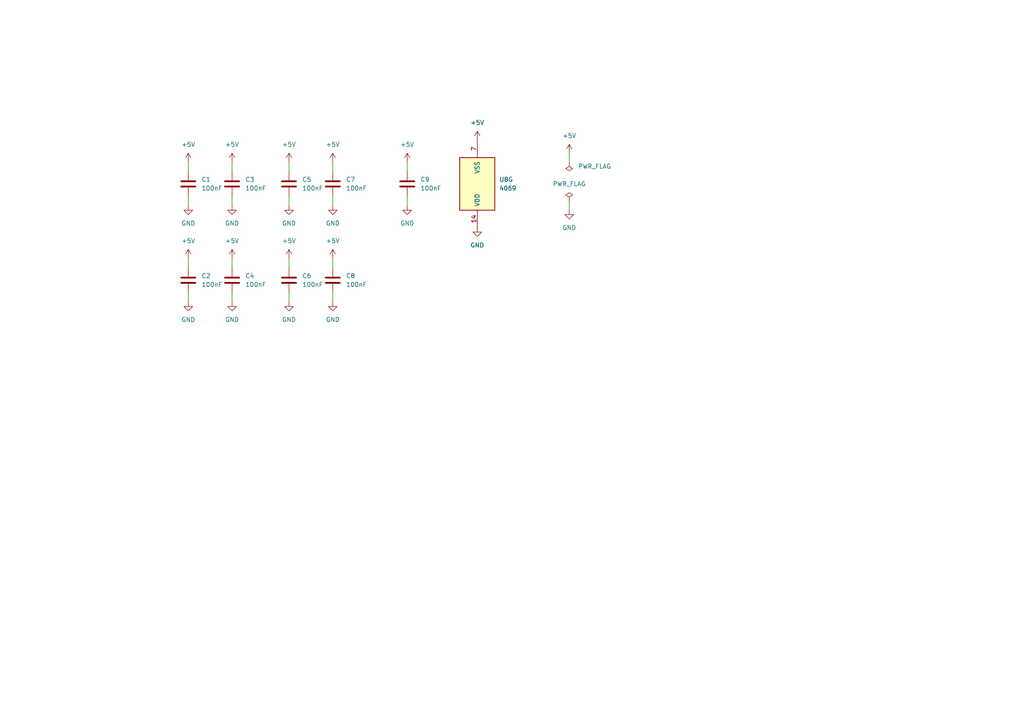
<source format=kicad_sch>
(kicad_sch (version 20211123) (generator eeschema)

  (uuid 8d8efeba-adf9-4e6c-87e9-676d6a66c931)

  (paper "A4")

  (lib_symbols
    (symbol "4xxx:4069" (pin_names (offset 1.016)) (in_bom yes) (on_board yes)
      (property "Reference" "U" (id 0) (at 0 1.27 0)
        (effects (font (size 1.27 1.27)))
      )
      (property "Value" "4069" (id 1) (at 0 -1.27 0)
        (effects (font (size 1.27 1.27)))
      )
      (property "Footprint" "" (id 2) (at 0 0 0)
        (effects (font (size 1.27 1.27)) hide)
      )
      (property "Datasheet" "http://www.intersil.com/content/dam/Intersil/documents/cd40/cd4069ubms.pdf" (id 3) (at 0 0 0)
        (effects (font (size 1.27 1.27)) hide)
      )
      (property "ki_locked" "" (id 4) (at 0 0 0)
        (effects (font (size 1.27 1.27)))
      )
      (property "ki_keywords" "CMOS NOT" (id 5) (at 0 0 0)
        (effects (font (size 1.27 1.27)) hide)
      )
      (property "ki_description" "Hex inverter" (id 6) (at 0 0 0)
        (effects (font (size 1.27 1.27)) hide)
      )
      (property "ki_fp_filters" "DIP?14*" (id 7) (at 0 0 0)
        (effects (font (size 1.27 1.27)) hide)
      )
      (symbol "4069_1_0"
        (polyline
          (pts
            (xy -3.81 3.81)
            (xy -3.81 -3.81)
            (xy 3.81 0)
            (xy -3.81 3.81)
          )
          (stroke (width 0.254) (type default) (color 0 0 0 0))
          (fill (type background))
        )
        (pin input line (at -7.62 0 0) (length 3.81)
          (name "~" (effects (font (size 1.27 1.27))))
          (number "1" (effects (font (size 1.27 1.27))))
        )
        (pin output inverted (at 7.62 0 180) (length 3.81)
          (name "~" (effects (font (size 1.27 1.27))))
          (number "2" (effects (font (size 1.27 1.27))))
        )
      )
      (symbol "4069_2_0"
        (polyline
          (pts
            (xy -3.81 3.81)
            (xy -3.81 -3.81)
            (xy 3.81 0)
            (xy -3.81 3.81)
          )
          (stroke (width 0.254) (type default) (color 0 0 0 0))
          (fill (type background))
        )
        (pin input line (at -7.62 0 0) (length 3.81)
          (name "~" (effects (font (size 1.27 1.27))))
          (number "3" (effects (font (size 1.27 1.27))))
        )
        (pin output inverted (at 7.62 0 180) (length 3.81)
          (name "~" (effects (font (size 1.27 1.27))))
          (number "4" (effects (font (size 1.27 1.27))))
        )
      )
      (symbol "4069_3_0"
        (polyline
          (pts
            (xy -3.81 3.81)
            (xy -3.81 -3.81)
            (xy 3.81 0)
            (xy -3.81 3.81)
          )
          (stroke (width 0.254) (type default) (color 0 0 0 0))
          (fill (type background))
        )
        (pin input line (at -7.62 0 0) (length 3.81)
          (name "~" (effects (font (size 1.27 1.27))))
          (number "5" (effects (font (size 1.27 1.27))))
        )
        (pin output inverted (at 7.62 0 180) (length 3.81)
          (name "~" (effects (font (size 1.27 1.27))))
          (number "6" (effects (font (size 1.27 1.27))))
        )
      )
      (symbol "4069_4_0"
        (polyline
          (pts
            (xy -3.81 3.81)
            (xy -3.81 -3.81)
            (xy 3.81 0)
            (xy -3.81 3.81)
          )
          (stroke (width 0.254) (type default) (color 0 0 0 0))
          (fill (type background))
        )
        (pin output inverted (at 7.62 0 180) (length 3.81)
          (name "~" (effects (font (size 1.27 1.27))))
          (number "8" (effects (font (size 1.27 1.27))))
        )
        (pin input line (at -7.62 0 0) (length 3.81)
          (name "~" (effects (font (size 1.27 1.27))))
          (number "9" (effects (font (size 1.27 1.27))))
        )
      )
      (symbol "4069_5_0"
        (polyline
          (pts
            (xy -3.81 3.81)
            (xy -3.81 -3.81)
            (xy 3.81 0)
            (xy -3.81 3.81)
          )
          (stroke (width 0.254) (type default) (color 0 0 0 0))
          (fill (type background))
        )
        (pin output inverted (at 7.62 0 180) (length 3.81)
          (name "~" (effects (font (size 1.27 1.27))))
          (number "10" (effects (font (size 1.27 1.27))))
        )
        (pin input line (at -7.62 0 0) (length 3.81)
          (name "~" (effects (font (size 1.27 1.27))))
          (number "11" (effects (font (size 1.27 1.27))))
        )
      )
      (symbol "4069_6_0"
        (polyline
          (pts
            (xy -3.81 3.81)
            (xy -3.81 -3.81)
            (xy 3.81 0)
            (xy -3.81 3.81)
          )
          (stroke (width 0.254) (type default) (color 0 0 0 0))
          (fill (type background))
        )
        (pin output inverted (at 7.62 0 180) (length 3.81)
          (name "~" (effects (font (size 1.27 1.27))))
          (number "12" (effects (font (size 1.27 1.27))))
        )
        (pin input line (at -7.62 0 0) (length 3.81)
          (name "~" (effects (font (size 1.27 1.27))))
          (number "13" (effects (font (size 1.27 1.27))))
        )
      )
      (symbol "4069_7_0"
        (pin power_in line (at 0 12.7 270) (length 5.08)
          (name "VDD" (effects (font (size 1.27 1.27))))
          (number "14" (effects (font (size 1.27 1.27))))
        )
        (pin power_in line (at 0 -12.7 90) (length 5.08)
          (name "VSS" (effects (font (size 1.27 1.27))))
          (number "7" (effects (font (size 1.27 1.27))))
        )
      )
      (symbol "4069_7_1"
        (rectangle (start -5.08 7.62) (end 5.08 -7.62)
          (stroke (width 0.254) (type default) (color 0 0 0 0))
          (fill (type background))
        )
      )
    )
    (symbol "Device:C" (pin_numbers hide) (pin_names (offset 0.254)) (in_bom yes) (on_board yes)
      (property "Reference" "C" (id 0) (at 0.635 2.54 0)
        (effects (font (size 1.27 1.27)) (justify left))
      )
      (property "Value" "C" (id 1) (at 0.635 -2.54 0)
        (effects (font (size 1.27 1.27)) (justify left))
      )
      (property "Footprint" "" (id 2) (at 0.9652 -3.81 0)
        (effects (font (size 1.27 1.27)) hide)
      )
      (property "Datasheet" "~" (id 3) (at 0 0 0)
        (effects (font (size 1.27 1.27)) hide)
      )
      (property "ki_keywords" "cap capacitor" (id 4) (at 0 0 0)
        (effects (font (size 1.27 1.27)) hide)
      )
      (property "ki_description" "Unpolarized capacitor" (id 5) (at 0 0 0)
        (effects (font (size 1.27 1.27)) hide)
      )
      (property "ki_fp_filters" "C_*" (id 6) (at 0 0 0)
        (effects (font (size 1.27 1.27)) hide)
      )
      (symbol "C_0_1"
        (polyline
          (pts
            (xy -2.032 -0.762)
            (xy 2.032 -0.762)
          )
          (stroke (width 0.508) (type default) (color 0 0 0 0))
          (fill (type none))
        )
        (polyline
          (pts
            (xy -2.032 0.762)
            (xy 2.032 0.762)
          )
          (stroke (width 0.508) (type default) (color 0 0 0 0))
          (fill (type none))
        )
      )
      (symbol "C_1_1"
        (pin passive line (at 0 3.81 270) (length 2.794)
          (name "~" (effects (font (size 1.27 1.27))))
          (number "1" (effects (font (size 1.27 1.27))))
        )
        (pin passive line (at 0 -3.81 90) (length 2.794)
          (name "~" (effects (font (size 1.27 1.27))))
          (number "2" (effects (font (size 1.27 1.27))))
        )
      )
    )
    (symbol "power:+5V" (power) (pin_names (offset 0)) (in_bom yes) (on_board yes)
      (property "Reference" "#PWR" (id 0) (at 0 -3.81 0)
        (effects (font (size 1.27 1.27)) hide)
      )
      (property "Value" "+5V" (id 1) (at 0 3.556 0)
        (effects (font (size 1.27 1.27)))
      )
      (property "Footprint" "" (id 2) (at 0 0 0)
        (effects (font (size 1.27 1.27)) hide)
      )
      (property "Datasheet" "" (id 3) (at 0 0 0)
        (effects (font (size 1.27 1.27)) hide)
      )
      (property "ki_keywords" "power-flag" (id 4) (at 0 0 0)
        (effects (font (size 1.27 1.27)) hide)
      )
      (property "ki_description" "Power symbol creates a global label with name \"+5V\"" (id 5) (at 0 0 0)
        (effects (font (size 1.27 1.27)) hide)
      )
      (symbol "+5V_0_1"
        (polyline
          (pts
            (xy -0.762 1.27)
            (xy 0 2.54)
          )
          (stroke (width 0) (type default) (color 0 0 0 0))
          (fill (type none))
        )
        (polyline
          (pts
            (xy 0 0)
            (xy 0 2.54)
          )
          (stroke (width 0) (type default) (color 0 0 0 0))
          (fill (type none))
        )
        (polyline
          (pts
            (xy 0 2.54)
            (xy 0.762 1.27)
          )
          (stroke (width 0) (type default) (color 0 0 0 0))
          (fill (type none))
        )
      )
      (symbol "+5V_1_1"
        (pin power_in line (at 0 0 90) (length 0) hide
          (name "+5V" (effects (font (size 1.27 1.27))))
          (number "1" (effects (font (size 1.27 1.27))))
        )
      )
    )
    (symbol "power:GND" (power) (pin_names (offset 0)) (in_bom yes) (on_board yes)
      (property "Reference" "#PWR" (id 0) (at 0 -6.35 0)
        (effects (font (size 1.27 1.27)) hide)
      )
      (property "Value" "GND" (id 1) (at 0 -3.81 0)
        (effects (font (size 1.27 1.27)))
      )
      (property "Footprint" "" (id 2) (at 0 0 0)
        (effects (font (size 1.27 1.27)) hide)
      )
      (property "Datasheet" "" (id 3) (at 0 0 0)
        (effects (font (size 1.27 1.27)) hide)
      )
      (property "ki_keywords" "power-flag" (id 4) (at 0 0 0)
        (effects (font (size 1.27 1.27)) hide)
      )
      (property "ki_description" "Power symbol creates a global label with name \"GND\" , ground" (id 5) (at 0 0 0)
        (effects (font (size 1.27 1.27)) hide)
      )
      (symbol "GND_0_1"
        (polyline
          (pts
            (xy 0 0)
            (xy 0 -1.27)
            (xy 1.27 -1.27)
            (xy 0 -2.54)
            (xy -1.27 -1.27)
            (xy 0 -1.27)
          )
          (stroke (width 0) (type default) (color 0 0 0 0))
          (fill (type none))
        )
      )
      (symbol "GND_1_1"
        (pin power_in line (at 0 0 270) (length 0) hide
          (name "GND" (effects (font (size 1.27 1.27))))
          (number "1" (effects (font (size 1.27 1.27))))
        )
      )
    )
    (symbol "power:PWR_FLAG" (power) (pin_numbers hide) (pin_names (offset 0) hide) (in_bom yes) (on_board yes)
      (property "Reference" "#FLG" (id 0) (at 0 1.905 0)
        (effects (font (size 1.27 1.27)) hide)
      )
      (property "Value" "PWR_FLAG" (id 1) (at 0 3.81 0)
        (effects (font (size 1.27 1.27)))
      )
      (property "Footprint" "" (id 2) (at 0 0 0)
        (effects (font (size 1.27 1.27)) hide)
      )
      (property "Datasheet" "~" (id 3) (at 0 0 0)
        (effects (font (size 1.27 1.27)) hide)
      )
      (property "ki_keywords" "power-flag" (id 4) (at 0 0 0)
        (effects (font (size 1.27 1.27)) hide)
      )
      (property "ki_description" "Special symbol for telling ERC where power comes from" (id 5) (at 0 0 0)
        (effects (font (size 1.27 1.27)) hide)
      )
      (symbol "PWR_FLAG_0_0"
        (pin power_out line (at 0 0 90) (length 0)
          (name "pwr" (effects (font (size 1.27 1.27))))
          (number "1" (effects (font (size 1.27 1.27))))
        )
      )
      (symbol "PWR_FLAG_0_1"
        (polyline
          (pts
            (xy 0 0)
            (xy 0 1.27)
            (xy -1.016 1.905)
            (xy 0 2.54)
            (xy 1.016 1.905)
            (xy 0 1.27)
          )
          (stroke (width 0) (type default) (color 0 0 0 0))
          (fill (type none))
        )
      )
    )
  )


  (wire (pts (xy 165.1 58.42) (xy 165.1 60.96))
    (stroke (width 0) (type default) (color 0 0 0 0))
    (uuid 077ace4e-cf2c-4495-9b66-f084fad22662)
  )
  (wire (pts (xy 54.61 85.09) (xy 54.61 87.63))
    (stroke (width 0) (type default) (color 0 0 0 0))
    (uuid 1279ba68-70a3-4aae-9c0a-5edd78e6822f)
  )
  (wire (pts (xy 96.52 57.15) (xy 96.52 59.69))
    (stroke (width 0) (type default) (color 0 0 0 0))
    (uuid 3203bc49-db65-426e-a770-8e79afa86409)
  )
  (wire (pts (xy 67.31 85.09) (xy 67.31 87.63))
    (stroke (width 0) (type default) (color 0 0 0 0))
    (uuid 3e88d85d-84c4-465f-93b9-426e6fce7355)
  )
  (wire (pts (xy 83.82 74.93) (xy 83.82 77.47))
    (stroke (width 0) (type default) (color 0 0 0 0))
    (uuid 6d6a8f52-9ede-4349-ba18-62e623e94e39)
  )
  (wire (pts (xy 118.11 46.99) (xy 118.11 49.53))
    (stroke (width 0) (type default) (color 0 0 0 0))
    (uuid 80e18a9a-a264-4cd2-87e1-94f3b55c9914)
  )
  (wire (pts (xy 83.82 46.99) (xy 83.82 49.53))
    (stroke (width 0) (type default) (color 0 0 0 0))
    (uuid 86dbde2a-4bc8-483f-8176-70977608a27d)
  )
  (wire (pts (xy 67.31 46.99) (xy 67.31 49.53))
    (stroke (width 0) (type default) (color 0 0 0 0))
    (uuid 93e7d2eb-3d77-4927-bbae-8f0dfcb90c86)
  )
  (wire (pts (xy 67.31 57.15) (xy 67.31 59.69))
    (stroke (width 0) (type default) (color 0 0 0 0))
    (uuid 9a0c5f33-7873-4129-9956-1c1b91af9e59)
  )
  (wire (pts (xy 118.11 57.15) (xy 118.11 59.69))
    (stroke (width 0) (type default) (color 0 0 0 0))
    (uuid 9ac9d86f-c6fd-453c-a9e1-ef0c38f54b34)
  )
  (wire (pts (xy 96.52 46.99) (xy 96.52 49.53))
    (stroke (width 0) (type default) (color 0 0 0 0))
    (uuid a4a35b74-18ec-440f-9f72-51efd71ba265)
  )
  (wire (pts (xy 83.82 85.09) (xy 83.82 87.63))
    (stroke (width 0) (type default) (color 0 0 0 0))
    (uuid ad16c613-0099-4d84-93c4-c5124614b257)
  )
  (wire (pts (xy 165.1 44.45) (xy 165.1 46.99))
    (stroke (width 0) (type default) (color 0 0 0 0))
    (uuid b31736a2-9cf0-439a-9eee-818d61e4442a)
  )
  (wire (pts (xy 96.52 85.09) (xy 96.52 87.63))
    (stroke (width 0) (type default) (color 0 0 0 0))
    (uuid cece72be-4a59-4e29-8286-7f894aeb8fc2)
  )
  (wire (pts (xy 83.82 57.15) (xy 83.82 59.69))
    (stroke (width 0) (type default) (color 0 0 0 0))
    (uuid d1720281-1e0c-4151-b40f-45fd7445086d)
  )
  (wire (pts (xy 67.31 74.93) (xy 67.31 77.47))
    (stroke (width 0) (type default) (color 0 0 0 0))
    (uuid d8704cda-43cf-4755-b61f-e1ea334017a2)
  )
  (wire (pts (xy 54.61 57.15) (xy 54.61 59.69))
    (stroke (width 0) (type default) (color 0 0 0 0))
    (uuid d8707466-ed70-4329-a4f5-25cc7ce7539f)
  )
  (wire (pts (xy 96.52 74.93) (xy 96.52 77.47))
    (stroke (width 0) (type default) (color 0 0 0 0))
    (uuid dd25477b-b212-4295-b5e0-a337db25b41f)
  )
  (wire (pts (xy 54.61 46.99) (xy 54.61 49.53))
    (stroke (width 0) (type default) (color 0 0 0 0))
    (uuid ef9938da-2215-464c-b76d-804683f0da0e)
  )
  (wire (pts (xy 54.61 74.93) (xy 54.61 77.47))
    (stroke (width 0) (type default) (color 0 0 0 0))
    (uuid f30366d9-feb9-437b-a7c9-030092e10a27)
  )

  (symbol (lib_id "power:GND") (at 96.52 59.69 0) (unit 1)
    (in_bom yes) (on_board yes) (fields_autoplaced)
    (uuid 03355dc9-c142-4438-abc3-5f4f3336e05a)
    (property "Reference" "#PWR026" (id 0) (at 96.52 66.04 0)
      (effects (font (size 1.27 1.27)) hide)
    )
    (property "Value" "GND" (id 1) (at 96.52 64.77 0))
    (property "Footprint" "" (id 2) (at 96.52 59.69 0)
      (effects (font (size 1.27 1.27)) hide)
    )
    (property "Datasheet" "" (id 3) (at 96.52 59.69 0)
      (effects (font (size 1.27 1.27)) hide)
    )
    (pin "1" (uuid c51cdab0-3de7-4edb-afd1-c956b2ef1aa7))
  )

  (symbol (lib_id "Device:C") (at 118.11 53.34 0) (unit 1)
    (in_bom yes) (on_board yes) (fields_autoplaced)
    (uuid 0406e38f-202d-477f-8b54-afcdfc2136bb)
    (property "Reference" "C9" (id 0) (at 121.92 52.0699 0)
      (effects (font (size 1.27 1.27)) (justify left))
    )
    (property "Value" "100nF" (id 1) (at 121.92 54.6099 0)
      (effects (font (size 1.27 1.27)) (justify left))
    )
    (property "Footprint" "" (id 2) (at 119.0752 57.15 0)
      (effects (font (size 1.27 1.27)) hide)
    )
    (property "Datasheet" "~" (id 3) (at 118.11 53.34 0)
      (effects (font (size 1.27 1.27)) hide)
    )
    (pin "1" (uuid 3082827c-d399-475f-905b-53ee06ab15e7))
    (pin "2" (uuid cad78b96-0f79-4cb9-b885-3b39dd2d9245))
  )

  (symbol (lib_id "power:GND") (at 83.82 87.63 0) (unit 1)
    (in_bom yes) (on_board yes) (fields_autoplaced)
    (uuid 15ea3282-66e6-41cf-87a4-14d635152dd0)
    (property "Reference" "#PWR024" (id 0) (at 83.82 93.98 0)
      (effects (font (size 1.27 1.27)) hide)
    )
    (property "Value" "GND" (id 1) (at 83.82 92.71 0))
    (property "Footprint" "" (id 2) (at 83.82 87.63 0)
      (effects (font (size 1.27 1.27)) hide)
    )
    (property "Datasheet" "" (id 3) (at 83.82 87.63 0)
      (effects (font (size 1.27 1.27)) hide)
    )
    (pin "1" (uuid daed89a2-dc59-4999-a97e-3d122fa29b91))
  )

  (symbol (lib_id "Device:C") (at 83.82 53.34 0) (unit 1)
    (in_bom yes) (on_board yes) (fields_autoplaced)
    (uuid 1b9e1d21-3744-4665-a67d-91eaf684c6e8)
    (property "Reference" "C5" (id 0) (at 87.63 52.0699 0)
      (effects (font (size 1.27 1.27)) (justify left))
    )
    (property "Value" "100nF" (id 1) (at 87.63 54.6099 0)
      (effects (font (size 1.27 1.27)) (justify left))
    )
    (property "Footprint" "" (id 2) (at 84.7852 57.15 0)
      (effects (font (size 1.27 1.27)) hide)
    )
    (property "Datasheet" "~" (id 3) (at 83.82 53.34 0)
      (effects (font (size 1.27 1.27)) hide)
    )
    (pin "1" (uuid d165eaf6-ebe0-482b-a63e-ad7339d70ec7))
    (pin "2" (uuid 916fa5e4-8429-41ed-8401-8c84e6aab18a))
  )

  (symbol (lib_id "power:GND") (at 67.31 59.69 0) (unit 1)
    (in_bom yes) (on_board yes) (fields_autoplaced)
    (uuid 224878b0-e22b-46b7-8111-9c77e318eef3)
    (property "Reference" "#PWR018" (id 0) (at 67.31 66.04 0)
      (effects (font (size 1.27 1.27)) hide)
    )
    (property "Value" "GND" (id 1) (at 67.31 64.77 0))
    (property "Footprint" "" (id 2) (at 67.31 59.69 0)
      (effects (font (size 1.27 1.27)) hide)
    )
    (property "Datasheet" "" (id 3) (at 67.31 59.69 0)
      (effects (font (size 1.27 1.27)) hide)
    )
    (pin "1" (uuid 1eabbb7c-0c7e-4966-80b9-130e9ac5455d))
  )

  (symbol (lib_id "power:+5V") (at 54.61 74.93 0) (unit 1)
    (in_bom yes) (on_board yes) (fields_autoplaced)
    (uuid 306a1b90-5510-47c2-b6d1-637d9a583701)
    (property "Reference" "#PWR015" (id 0) (at 54.61 78.74 0)
      (effects (font (size 1.27 1.27)) hide)
    )
    (property "Value" "+5V" (id 1) (at 54.61 69.85 0))
    (property "Footprint" "" (id 2) (at 54.61 74.93 0)
      (effects (font (size 1.27 1.27)) hide)
    )
    (property "Datasheet" "" (id 3) (at 54.61 74.93 0)
      (effects (font (size 1.27 1.27)) hide)
    )
    (pin "1" (uuid 151b126e-cfe9-49ec-841b-717d47c52c14))
  )

  (symbol (lib_id "4xxx:4069") (at 138.43 53.34 180) (unit 7)
    (in_bom yes) (on_board yes) (fields_autoplaced)
    (uuid 324f7d2b-bbe5-4c30-be3f-d1113c3b6667)
    (property "Reference" "U8" (id 0) (at 144.78 52.0699 0)
      (effects (font (size 1.27 1.27)) (justify right))
    )
    (property "Value" "4069" (id 1) (at 144.78 54.6099 0)
      (effects (font (size 1.27 1.27)) (justify right))
    )
    (property "Footprint" "" (id 2) (at 138.43 53.34 0)
      (effects (font (size 1.27 1.27)) hide)
    )
    (property "Datasheet" "http://www.intersil.com/content/dam/Intersil/documents/cd40/cd4069ubms.pdf" (id 3) (at 138.43 53.34 0)
      (effects (font (size 1.27 1.27)) hide)
    )
    (pin "1" (uuid de587c6b-1a69-4031-bd8a-f15fbe120b57))
    (pin "2" (uuid c125052e-bc41-4b36-8f90-06d692d5222f))
    (pin "3" (uuid 350ed7f6-5cab-4a5d-9c92-5491ed31424a))
    (pin "4" (uuid aedcf2ac-1e08-4be9-9642-0aca7ff5fb05))
    (pin "5" (uuid 5bef81a8-77e7-4630-827b-a88ed8de6369))
    (pin "6" (uuid adf4ff7e-840e-4f2c-9b4f-4150d121dfdf))
    (pin "8" (uuid 4c4ee01a-e1f9-4820-99d4-c7df9c20c081))
    (pin "9" (uuid 4fc0a77f-25b5-4d7b-90e0-220a7cc02e66))
    (pin "10" (uuid 31a179d2-3acd-4668-b69f-f7744798d409))
    (pin "11" (uuid a9bdbc9e-1fbe-4b3f-bc53-13d3fa898373))
    (pin "12" (uuid d1c25737-ad91-41ca-a864-b3492ffd6b07))
    (pin "13" (uuid 25f211ec-1770-42f9-84fa-ecb10db58a6f))
    (pin "14" (uuid 11cb911c-7049-4d68-9c6a-88b0bad33bda))
    (pin "7" (uuid d78bc2e9-ac02-482c-8066-7e9b32bcd9f8))
  )

  (symbol (lib_id "power:PWR_FLAG") (at 165.1 46.99 180) (unit 1)
    (in_bom yes) (on_board yes) (fields_autoplaced)
    (uuid 3ab30513-2f50-4cd0-b8bf-c46561a00192)
    (property "Reference" "#FLG0101" (id 0) (at 165.1 48.895 0)
      (effects (font (size 1.27 1.27)) hide)
    )
    (property "Value" "PWR_FLAG" (id 1) (at 167.64 48.2599 0)
      (effects (font (size 1.27 1.27)) (justify right))
    )
    (property "Footprint" "" (id 2) (at 165.1 46.99 0)
      (effects (font (size 1.27 1.27)) hide)
    )
    (property "Datasheet" "~" (id 3) (at 165.1 46.99 0)
      (effects (font (size 1.27 1.27)) hide)
    )
    (pin "1" (uuid 27ae6264-3d4b-466a-ad41-03aa95197878))
  )

  (symbol (lib_id "power:+5V") (at 83.82 46.99 0) (unit 1)
    (in_bom yes) (on_board yes) (fields_autoplaced)
    (uuid 47a8ef3e-ca79-43a7-ada5-ae695c3264f8)
    (property "Reference" "#PWR021" (id 0) (at 83.82 50.8 0)
      (effects (font (size 1.27 1.27)) hide)
    )
    (property "Value" "+5V" (id 1) (at 83.82 41.91 0))
    (property "Footprint" "" (id 2) (at 83.82 46.99 0)
      (effects (font (size 1.27 1.27)) hide)
    )
    (property "Datasheet" "" (id 3) (at 83.82 46.99 0)
      (effects (font (size 1.27 1.27)) hide)
    )
    (pin "1" (uuid 68b01053-4673-44ed-8348-158ca54fa271))
  )

  (symbol (lib_id "power:+5V") (at 67.31 46.99 0) (unit 1)
    (in_bom yes) (on_board yes) (fields_autoplaced)
    (uuid 5328af8d-8e1d-4304-96f5-af5ab22fb5bb)
    (property "Reference" "#PWR017" (id 0) (at 67.31 50.8 0)
      (effects (font (size 1.27 1.27)) hide)
    )
    (property "Value" "+5V" (id 1) (at 67.31 41.91 0))
    (property "Footprint" "" (id 2) (at 67.31 46.99 0)
      (effects (font (size 1.27 1.27)) hide)
    )
    (property "Datasheet" "" (id 3) (at 67.31 46.99 0)
      (effects (font (size 1.27 1.27)) hide)
    )
    (pin "1" (uuid 558e68b2-a665-4de5-9cc2-dec4133e7373))
  )

  (symbol (lib_id "power:+5V") (at 96.52 46.99 0) (unit 1)
    (in_bom yes) (on_board yes) (fields_autoplaced)
    (uuid 54bf05a5-1d3d-4ac4-8549-6ab275200eb8)
    (property "Reference" "#PWR025" (id 0) (at 96.52 50.8 0)
      (effects (font (size 1.27 1.27)) hide)
    )
    (property "Value" "+5V" (id 1) (at 96.52 41.91 0))
    (property "Footprint" "" (id 2) (at 96.52 46.99 0)
      (effects (font (size 1.27 1.27)) hide)
    )
    (property "Datasheet" "" (id 3) (at 96.52 46.99 0)
      (effects (font (size 1.27 1.27)) hide)
    )
    (pin "1" (uuid 779cfef0-c8a5-4b42-a58e-f703f9d87de5))
  )

  (symbol (lib_id "Device:C") (at 96.52 53.34 0) (unit 1)
    (in_bom yes) (on_board yes) (fields_autoplaced)
    (uuid 54ca6499-9aba-4107-8d0d-97ce53d5640b)
    (property "Reference" "C7" (id 0) (at 100.33 52.0699 0)
      (effects (font (size 1.27 1.27)) (justify left))
    )
    (property "Value" "100nF" (id 1) (at 100.33 54.6099 0)
      (effects (font (size 1.27 1.27)) (justify left))
    )
    (property "Footprint" "" (id 2) (at 97.4852 57.15 0)
      (effects (font (size 1.27 1.27)) hide)
    )
    (property "Datasheet" "~" (id 3) (at 96.52 53.34 0)
      (effects (font (size 1.27 1.27)) hide)
    )
    (pin "1" (uuid b53b4f95-7a7a-4798-b2df-894848fc5fd7))
    (pin "2" (uuid b7c07068-50db-4835-bc64-31661d22b591))
  )

  (symbol (lib_id "power:GND") (at 54.61 87.63 0) (unit 1)
    (in_bom yes) (on_board yes) (fields_autoplaced)
    (uuid 583246c0-40a3-4ebd-bfbb-24bc1421ddf5)
    (property "Reference" "#PWR016" (id 0) (at 54.61 93.98 0)
      (effects (font (size 1.27 1.27)) hide)
    )
    (property "Value" "GND" (id 1) (at 54.61 92.71 0))
    (property "Footprint" "" (id 2) (at 54.61 87.63 0)
      (effects (font (size 1.27 1.27)) hide)
    )
    (property "Datasheet" "" (id 3) (at 54.61 87.63 0)
      (effects (font (size 1.27 1.27)) hide)
    )
    (pin "1" (uuid cf40d713-2997-4f8a-ada7-52da7f3d35ca))
  )

  (symbol (lib_id "power:+5V") (at 83.82 74.93 0) (unit 1)
    (in_bom yes) (on_board yes) (fields_autoplaced)
    (uuid 5864d3d9-5648-4ff5-bae2-bfae56f42c32)
    (property "Reference" "#PWR023" (id 0) (at 83.82 78.74 0)
      (effects (font (size 1.27 1.27)) hide)
    )
    (property "Value" "+5V" (id 1) (at 83.82 69.85 0))
    (property "Footprint" "" (id 2) (at 83.82 74.93 0)
      (effects (font (size 1.27 1.27)) hide)
    )
    (property "Datasheet" "" (id 3) (at 83.82 74.93 0)
      (effects (font (size 1.27 1.27)) hide)
    )
    (pin "1" (uuid f254cb37-84e9-461b-b484-3821f80cc099))
  )

  (symbol (lib_id "power:+5V") (at 165.1 44.45 0) (unit 1)
    (in_bom yes) (on_board yes)
    (uuid 63eaf79f-ee46-4d28-80fb-cc2741993d83)
    (property "Reference" "#PWR0101" (id 0) (at 165.1 48.26 0)
      (effects (font (size 1.27 1.27)) hide)
    )
    (property "Value" "+5V" (id 1) (at 165.1 39.37 0))
    (property "Footprint" "" (id 2) (at 165.1 44.45 0)
      (effects (font (size 1.27 1.27)) hide)
    )
    (property "Datasheet" "" (id 3) (at 165.1 44.45 0)
      (effects (font (size 1.27 1.27)) hide)
    )
    (pin "1" (uuid 4ffb9244-19bc-40a9-8534-e843aa19a190))
  )

  (symbol (lib_id "power:GND") (at 96.52 87.63 0) (unit 1)
    (in_bom yes) (on_board yes) (fields_autoplaced)
    (uuid 71ef3c43-587e-41b2-939b-0fa4a0240e7e)
    (property "Reference" "#PWR028" (id 0) (at 96.52 93.98 0)
      (effects (font (size 1.27 1.27)) hide)
    )
    (property "Value" "GND" (id 1) (at 96.52 92.71 0))
    (property "Footprint" "" (id 2) (at 96.52 87.63 0)
      (effects (font (size 1.27 1.27)) hide)
    )
    (property "Datasheet" "" (id 3) (at 96.52 87.63 0)
      (effects (font (size 1.27 1.27)) hide)
    )
    (pin "1" (uuid c1f76024-f1e5-4cd7-af7c-709bdee7994e))
  )

  (symbol (lib_id "Device:C") (at 96.52 81.28 0) (unit 1)
    (in_bom yes) (on_board yes) (fields_autoplaced)
    (uuid 7430e41d-1593-4b31-b455-47a6cced083a)
    (property "Reference" "C8" (id 0) (at 100.33 80.0099 0)
      (effects (font (size 1.27 1.27)) (justify left))
    )
    (property "Value" "100nF" (id 1) (at 100.33 82.5499 0)
      (effects (font (size 1.27 1.27)) (justify left))
    )
    (property "Footprint" "" (id 2) (at 97.4852 85.09 0)
      (effects (font (size 1.27 1.27)) hide)
    )
    (property "Datasheet" "~" (id 3) (at 96.52 81.28 0)
      (effects (font (size 1.27 1.27)) hide)
    )
    (pin "1" (uuid ac71b2f4-5555-478e-a868-7e061f6fb1eb))
    (pin "2" (uuid 7ac1215d-bbdd-4133-a97d-a7be7e091d70))
  )

  (symbol (lib_id "power:+5V") (at 118.11 46.99 0) (unit 1)
    (in_bom yes) (on_board yes) (fields_autoplaced)
    (uuid 78528f0c-dca0-4e81-bc72-d6ba68c1b851)
    (property "Reference" "#PWR029" (id 0) (at 118.11 50.8 0)
      (effects (font (size 1.27 1.27)) hide)
    )
    (property "Value" "+5V" (id 1) (at 118.11 41.91 0))
    (property "Footprint" "" (id 2) (at 118.11 46.99 0)
      (effects (font (size 1.27 1.27)) hide)
    )
    (property "Datasheet" "" (id 3) (at 118.11 46.99 0)
      (effects (font (size 1.27 1.27)) hide)
    )
    (pin "1" (uuid d0763330-f56f-4202-a1f2-8a601a1388e5))
  )

  (symbol (lib_id "Device:C") (at 83.82 81.28 0) (unit 1)
    (in_bom yes) (on_board yes) (fields_autoplaced)
    (uuid 7e09ca3f-1279-495a-b050-af7279098bc5)
    (property "Reference" "C6" (id 0) (at 87.63 80.0099 0)
      (effects (font (size 1.27 1.27)) (justify left))
    )
    (property "Value" "100nF" (id 1) (at 87.63 82.5499 0)
      (effects (font (size 1.27 1.27)) (justify left))
    )
    (property "Footprint" "" (id 2) (at 84.7852 85.09 0)
      (effects (font (size 1.27 1.27)) hide)
    )
    (property "Datasheet" "~" (id 3) (at 83.82 81.28 0)
      (effects (font (size 1.27 1.27)) hide)
    )
    (pin "1" (uuid 85b29579-91b1-49e0-8685-528121d91ab0))
    (pin "2" (uuid edfb5b2b-81ae-4bd8-8498-2d4728b22cfe))
  )

  (symbol (lib_id "Device:C") (at 67.31 53.34 0) (unit 1)
    (in_bom yes) (on_board yes) (fields_autoplaced)
    (uuid 83c58545-3159-4700-862c-7b6f875c9394)
    (property "Reference" "C3" (id 0) (at 71.12 52.0699 0)
      (effects (font (size 1.27 1.27)) (justify left))
    )
    (property "Value" "100nF" (id 1) (at 71.12 54.6099 0)
      (effects (font (size 1.27 1.27)) (justify left))
    )
    (property "Footprint" "" (id 2) (at 68.2752 57.15 0)
      (effects (font (size 1.27 1.27)) hide)
    )
    (property "Datasheet" "~" (id 3) (at 67.31 53.34 0)
      (effects (font (size 1.27 1.27)) hide)
    )
    (pin "1" (uuid e600e222-c6f1-4973-be35-f7661d32f896))
    (pin "2" (uuid 3cea62cf-44c9-4ecc-9e98-62c0048e0937))
  )

  (symbol (lib_id "power:+5V") (at 138.43 40.64 0) (unit 1)
    (in_bom yes) (on_board yes)
    (uuid 8cd87b19-51e1-410e-8d34-96eed7d050f5)
    (property "Reference" "#PWR031" (id 0) (at 138.43 44.45 0)
      (effects (font (size 1.27 1.27)) hide)
    )
    (property "Value" "+5V" (id 1) (at 138.43 35.56 0))
    (property "Footprint" "" (id 2) (at 138.43 40.64 0)
      (effects (font (size 1.27 1.27)) hide)
    )
    (property "Datasheet" "" (id 3) (at 138.43 40.64 0)
      (effects (font (size 1.27 1.27)) hide)
    )
    (pin "1" (uuid 2d8fbe6a-0518-484b-8fe0-80ca240aaaae))
  )

  (symbol (lib_id "power:+5V") (at 96.52 74.93 0) (unit 1)
    (in_bom yes) (on_board yes) (fields_autoplaced)
    (uuid a7b56537-2908-4fea-9947-9dce0de52c83)
    (property "Reference" "#PWR027" (id 0) (at 96.52 78.74 0)
      (effects (font (size 1.27 1.27)) hide)
    )
    (property "Value" "+5V" (id 1) (at 96.52 69.85 0))
    (property "Footprint" "" (id 2) (at 96.52 74.93 0)
      (effects (font (size 1.27 1.27)) hide)
    )
    (property "Datasheet" "" (id 3) (at 96.52 74.93 0)
      (effects (font (size 1.27 1.27)) hide)
    )
    (pin "1" (uuid bdce2c96-b90e-4c6b-be6e-dae799024086))
  )

  (symbol (lib_id "power:GND") (at 165.1 60.96 0) (unit 1)
    (in_bom yes) (on_board yes) (fields_autoplaced)
    (uuid b1082ec2-4ad8-4ce5-acd9-38fac7dcf696)
    (property "Reference" "#PWR0102" (id 0) (at 165.1 67.31 0)
      (effects (font (size 1.27 1.27)) hide)
    )
    (property "Value" "GND" (id 1) (at 165.1 66.04 0))
    (property "Footprint" "" (id 2) (at 165.1 60.96 0)
      (effects (font (size 1.27 1.27)) hide)
    )
    (property "Datasheet" "" (id 3) (at 165.1 60.96 0)
      (effects (font (size 1.27 1.27)) hide)
    )
    (pin "1" (uuid cb0fcab4-910f-47e2-b8c5-2fafc52fe06f))
  )

  (symbol (lib_id "power:GND") (at 138.43 66.04 0) (unit 1)
    (in_bom yes) (on_board yes) (fields_autoplaced)
    (uuid b835c2ff-0b80-45e5-aa03-57c8f4d3d641)
    (property "Reference" "#PWR032" (id 0) (at 138.43 72.39 0)
      (effects (font (size 1.27 1.27)) hide)
    )
    (property "Value" "GND" (id 1) (at 138.43 71.12 0))
    (property "Footprint" "" (id 2) (at 138.43 66.04 0)
      (effects (font (size 1.27 1.27)) hide)
    )
    (property "Datasheet" "" (id 3) (at 138.43 66.04 0)
      (effects (font (size 1.27 1.27)) hide)
    )
    (pin "1" (uuid 8214b0a7-1318-42ef-a416-260bed7ab9dd))
  )

  (symbol (lib_id "Device:C") (at 54.61 81.28 0) (unit 1)
    (in_bom yes) (on_board yes) (fields_autoplaced)
    (uuid c022ee05-0c6a-402d-bd91-4d4ad0b434e9)
    (property "Reference" "C2" (id 0) (at 58.42 80.0099 0)
      (effects (font (size 1.27 1.27)) (justify left))
    )
    (property "Value" "100nF" (id 1) (at 58.42 82.5499 0)
      (effects (font (size 1.27 1.27)) (justify left))
    )
    (property "Footprint" "" (id 2) (at 55.5752 85.09 0)
      (effects (font (size 1.27 1.27)) hide)
    )
    (property "Datasheet" "~" (id 3) (at 54.61 81.28 0)
      (effects (font (size 1.27 1.27)) hide)
    )
    (pin "1" (uuid 33e9cd1d-8023-41d6-b6bf-4306d1ef603d))
    (pin "2" (uuid 305b25ab-09c6-43ed-b182-88673d983345))
  )

  (symbol (lib_id "power:+5V") (at 54.61 46.99 0) (unit 1)
    (in_bom yes) (on_board yes) (fields_autoplaced)
    (uuid c69b5a71-21dc-4a11-94d3-12edfd88d3d1)
    (property "Reference" "#PWR013" (id 0) (at 54.61 50.8 0)
      (effects (font (size 1.27 1.27)) hide)
    )
    (property "Value" "+5V" (id 1) (at 54.61 41.91 0))
    (property "Footprint" "" (id 2) (at 54.61 46.99 0)
      (effects (font (size 1.27 1.27)) hide)
    )
    (property "Datasheet" "" (id 3) (at 54.61 46.99 0)
      (effects (font (size 1.27 1.27)) hide)
    )
    (pin "1" (uuid 6a914d62-a437-49d6-b28d-0cf9c2c1aa14))
  )

  (symbol (lib_id "power:+5V") (at 67.31 74.93 0) (unit 1)
    (in_bom yes) (on_board yes) (fields_autoplaced)
    (uuid ccaa989f-1a1e-473b-9882-7a7293e06b62)
    (property "Reference" "#PWR019" (id 0) (at 67.31 78.74 0)
      (effects (font (size 1.27 1.27)) hide)
    )
    (property "Value" "+5V" (id 1) (at 67.31 69.85 0))
    (property "Footprint" "" (id 2) (at 67.31 74.93 0)
      (effects (font (size 1.27 1.27)) hide)
    )
    (property "Datasheet" "" (id 3) (at 67.31 74.93 0)
      (effects (font (size 1.27 1.27)) hide)
    )
    (pin "1" (uuid f54456ee-d794-4407-8215-d1d32723c9be))
  )

  (symbol (lib_id "Device:C") (at 67.31 81.28 0) (unit 1)
    (in_bom yes) (on_board yes) (fields_autoplaced)
    (uuid d458247d-c52a-462c-b610-aea2aed01505)
    (property "Reference" "C4" (id 0) (at 71.12 80.0099 0)
      (effects (font (size 1.27 1.27)) (justify left))
    )
    (property "Value" "100nF" (id 1) (at 71.12 82.5499 0)
      (effects (font (size 1.27 1.27)) (justify left))
    )
    (property "Footprint" "" (id 2) (at 68.2752 85.09 0)
      (effects (font (size 1.27 1.27)) hide)
    )
    (property "Datasheet" "~" (id 3) (at 67.31 81.28 0)
      (effects (font (size 1.27 1.27)) hide)
    )
    (pin "1" (uuid b8a5d247-7b80-4c3f-ae51-1f704986fd6b))
    (pin "2" (uuid 313ea042-f300-4df5-af03-141b1a7c9981))
  )

  (symbol (lib_id "power:GND") (at 83.82 59.69 0) (unit 1)
    (in_bom yes) (on_board yes) (fields_autoplaced)
    (uuid d5fdf2fd-98bb-4373-8fd0-08a7fb3210d9)
    (property "Reference" "#PWR022" (id 0) (at 83.82 66.04 0)
      (effects (font (size 1.27 1.27)) hide)
    )
    (property "Value" "GND" (id 1) (at 83.82 64.77 0))
    (property "Footprint" "" (id 2) (at 83.82 59.69 0)
      (effects (font (size 1.27 1.27)) hide)
    )
    (property "Datasheet" "" (id 3) (at 83.82 59.69 0)
      (effects (font (size 1.27 1.27)) hide)
    )
    (pin "1" (uuid 4a156288-46b5-43c3-886c-265c951a32f1))
  )

  (symbol (lib_id "power:PWR_FLAG") (at 165.1 58.42 0) (unit 1)
    (in_bom yes) (on_board yes) (fields_autoplaced)
    (uuid d71e6a8d-08d4-4fbc-aacf-bf8685c665ec)
    (property "Reference" "#FLG0102" (id 0) (at 165.1 56.515 0)
      (effects (font (size 1.27 1.27)) hide)
    )
    (property "Value" "PWR_FLAG" (id 1) (at 165.1 53.34 0))
    (property "Footprint" "" (id 2) (at 165.1 58.42 0)
      (effects (font (size 1.27 1.27)) hide)
    )
    (property "Datasheet" "~" (id 3) (at 165.1 58.42 0)
      (effects (font (size 1.27 1.27)) hide)
    )
    (pin "1" (uuid 64350b62-3c57-4730-8f9a-ddebc2948a68))
  )

  (symbol (lib_id "power:GND") (at 54.61 59.69 0) (unit 1)
    (in_bom yes) (on_board yes) (fields_autoplaced)
    (uuid d8a3fe8f-deac-436a-a955-7d093c157aaf)
    (property "Reference" "#PWR014" (id 0) (at 54.61 66.04 0)
      (effects (font (size 1.27 1.27)) hide)
    )
    (property "Value" "GND" (id 1) (at 54.61 64.77 0))
    (property "Footprint" "" (id 2) (at 54.61 59.69 0)
      (effects (font (size 1.27 1.27)) hide)
    )
    (property "Datasheet" "" (id 3) (at 54.61 59.69 0)
      (effects (font (size 1.27 1.27)) hide)
    )
    (pin "1" (uuid c3bddba2-d748-4539-8140-e2a4c336cc0a))
  )

  (symbol (lib_id "power:GND") (at 67.31 87.63 0) (unit 1)
    (in_bom yes) (on_board yes) (fields_autoplaced)
    (uuid e098b02b-9dd2-4ea3-b31c-df3d0ea8b043)
    (property "Reference" "#PWR020" (id 0) (at 67.31 93.98 0)
      (effects (font (size 1.27 1.27)) hide)
    )
    (property "Value" "GND" (id 1) (at 67.31 92.71 0))
    (property "Footprint" "" (id 2) (at 67.31 87.63 0)
      (effects (font (size 1.27 1.27)) hide)
    )
    (property "Datasheet" "" (id 3) (at 67.31 87.63 0)
      (effects (font (size 1.27 1.27)) hide)
    )
    (pin "1" (uuid 0c47acf9-423b-4fa6-9cd7-d4d9affdbcfb))
  )

  (symbol (lib_id "power:GND") (at 118.11 59.69 0) (unit 1)
    (in_bom yes) (on_board yes) (fields_autoplaced)
    (uuid ead91526-e0a1-496d-adc2-0f02f1bf94f2)
    (property "Reference" "#PWR030" (id 0) (at 118.11 66.04 0)
      (effects (font (size 1.27 1.27)) hide)
    )
    (property "Value" "GND" (id 1) (at 118.11 64.77 0))
    (property "Footprint" "" (id 2) (at 118.11 59.69 0)
      (effects (font (size 1.27 1.27)) hide)
    )
    (property "Datasheet" "" (id 3) (at 118.11 59.69 0)
      (effects (font (size 1.27 1.27)) hide)
    )
    (pin "1" (uuid e7b48335-8e1e-41b1-9df3-93f2c0cd974d))
  )

  (symbol (lib_id "Device:C") (at 54.61 53.34 0) (unit 1)
    (in_bom yes) (on_board yes) (fields_autoplaced)
    (uuid f15ee3e0-79a4-46d7-8494-1a0df2d0d94d)
    (property "Reference" "C1" (id 0) (at 58.42 52.0699 0)
      (effects (font (size 1.27 1.27)) (justify left))
    )
    (property "Value" "100nF" (id 1) (at 58.42 54.6099 0)
      (effects (font (size 1.27 1.27)) (justify left))
    )
    (property "Footprint" "" (id 2) (at 55.5752 57.15 0)
      (effects (font (size 1.27 1.27)) hide)
    )
    (property "Datasheet" "~" (id 3) (at 54.61 53.34 0)
      (effects (font (size 1.27 1.27)) hide)
    )
    (pin "1" (uuid 532c9101-f772-4ebe-a252-097925bc2444))
    (pin "2" (uuid 283d57a8-396b-4e3b-9a28-bb577b72f437))
  )
)

</source>
